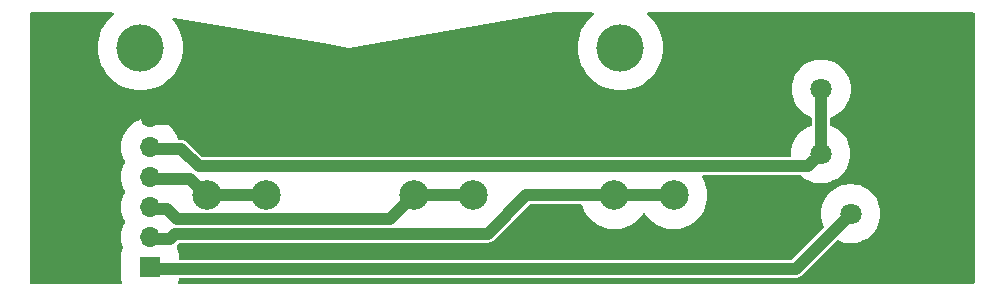
<source format=gbr>
G04 #@! TF.GenerationSoftware,KiCad,Pcbnew,8.0.6-1.fc41*
G04 #@! TF.CreationDate,2024-12-03T00:06:40+01:00*
G04 #@! TF.ProjectId,ihm_but2,69686d5f-6275-4743-922e-6b696361645f,rev?*
G04 #@! TF.SameCoordinates,Original*
G04 #@! TF.FileFunction,Copper,L2,Bot*
G04 #@! TF.FilePolarity,Positive*
%FSLAX46Y46*%
G04 Gerber Fmt 4.6, Leading zero omitted, Abs format (unit mm)*
G04 Created by KiCad (PCBNEW 8.0.6-1.fc41) date 2024-12-03 00:06:40*
%MOMM*%
%LPD*%
G01*
G04 APERTURE LIST*
G04 #@! TA.AperFunction,ComponentPad*
%ADD10C,1.800000*%
G04 #@! TD*
G04 #@! TA.AperFunction,ComponentPad*
%ADD11C,2.500000*%
G04 #@! TD*
G04 #@! TA.AperFunction,ComponentPad*
%ADD12R,1.700000X1.700000*%
G04 #@! TD*
G04 #@! TA.AperFunction,ComponentPad*
%ADD13O,1.700000X1.700000*%
G04 #@! TD*
G04 #@! TA.AperFunction,ViaPad*
%ADD14C,4.000000*%
G04 #@! TD*
G04 #@! TA.AperFunction,Conductor*
%ADD15C,1.000000*%
G04 #@! TD*
G04 APERTURE END LIST*
D10*
X184960000Y-107460000D03*
X187500000Y-112540000D03*
X190040000Y-107460000D03*
D11*
X150500000Y-106000000D03*
X155500000Y-106000000D03*
X150500000Y-111000000D03*
X155500000Y-111000000D03*
X167500000Y-106000000D03*
X172500000Y-106000000D03*
X167500000Y-111000000D03*
X172500000Y-111000000D03*
D10*
X185000000Y-102000000D03*
X190000000Y-102000000D03*
D12*
X128175000Y-117050000D03*
D13*
X128175000Y-114510000D03*
X128175000Y-111970000D03*
X128175000Y-109430000D03*
X128175000Y-106890000D03*
X128175000Y-104350000D03*
D11*
X133000000Y-106000000D03*
X138000000Y-106000000D03*
X133000000Y-111000000D03*
X138000000Y-111000000D03*
D14*
X127360000Y-98500000D03*
X168000000Y-98500000D03*
D15*
X128000000Y-114660000D02*
X129840000Y-114660000D01*
X156750000Y-114250000D02*
X160000000Y-111000000D01*
X160000000Y-111000000D02*
X167500000Y-111000000D01*
X130250000Y-114250000D02*
X156750000Y-114250000D01*
X129840000Y-114660000D02*
X130250000Y-114250000D01*
X167500000Y-111000000D02*
X172500000Y-111000000D01*
X128000000Y-109580000D02*
X131580000Y-109580000D01*
X133000000Y-111000000D02*
X138000000Y-111000000D01*
X131580000Y-109580000D02*
X133000000Y-111000000D01*
X190040000Y-107460000D02*
X190040000Y-102040000D01*
X131500000Y-104500000D02*
X128000000Y-104500000D01*
X172500000Y-106000000D02*
X180500000Y-98000000D01*
X180500000Y-98000000D02*
X186000000Y-98000000D01*
X133000000Y-106000000D02*
X172500000Y-106000000D01*
X133000000Y-106000000D02*
X131500000Y-104500000D01*
X190040000Y-102040000D02*
X190000000Y-102000000D01*
X186000000Y-98000000D02*
X190000000Y-102000000D01*
X182840000Y-117200000D02*
X187500000Y-112540000D01*
X172500000Y-117200000D02*
X128000000Y-117200000D01*
X172500000Y-117200000D02*
X182840000Y-117200000D01*
X132305455Y-108537689D02*
X183882311Y-108537689D01*
X183882311Y-108537689D02*
X184960000Y-107460000D01*
X130807767Y-107040000D02*
X130807767Y-107040001D01*
X185000000Y-102000000D02*
X185000000Y-107420000D01*
X185000000Y-107420000D02*
X184960000Y-107460000D01*
X128000000Y-107040000D02*
X130807767Y-107040000D01*
X130807767Y-107040001D02*
X132305455Y-108537689D01*
X150500000Y-111000000D02*
X155500000Y-111000000D01*
X130500000Y-113000000D02*
X148500000Y-113000000D01*
X128000000Y-112120000D02*
X129620000Y-112120000D01*
X148500000Y-113000000D02*
X150500000Y-111000000D01*
X129620000Y-112120000D02*
X130500000Y-113000000D01*
G04 #@! TA.AperFunction,Conductor*
G36*
X125060314Y-95519685D02*
G01*
X125106069Y-95572489D01*
X125116013Y-95641647D01*
X125086988Y-95705203D01*
X125071311Y-95720366D01*
X124947493Y-95820631D01*
X124947485Y-95820638D01*
X124680638Y-96087485D01*
X124680631Y-96087493D01*
X124443135Y-96380776D01*
X124237599Y-96697275D01*
X124066267Y-97033531D01*
X123931023Y-97385852D01*
X123833347Y-97750385D01*
X123833346Y-97750392D01*
X123774310Y-98123127D01*
X123754559Y-98499999D01*
X123754559Y-98500000D01*
X123774310Y-98876872D01*
X123833346Y-99249607D01*
X123833347Y-99249614D01*
X123931023Y-99614147D01*
X124066267Y-99966468D01*
X124237599Y-100302725D01*
X124443135Y-100619223D01*
X124443137Y-100619225D01*
X124680635Y-100912511D01*
X124947489Y-101179365D01*
X124947493Y-101179368D01*
X125240776Y-101416864D01*
X125557274Y-101622400D01*
X125557279Y-101622403D01*
X125893535Y-101793734D01*
X126245857Y-101928978D01*
X126610387Y-102026653D01*
X126983129Y-102085690D01*
X127339155Y-102104348D01*
X127359999Y-102105441D01*
X127360000Y-102105441D01*
X127360001Y-102105441D01*
X127379752Y-102104405D01*
X127736871Y-102085690D01*
X128109613Y-102026653D01*
X128474143Y-101928978D01*
X128826465Y-101793734D01*
X129162721Y-101622403D01*
X129479225Y-101416863D01*
X129772511Y-101179365D01*
X130039365Y-100912511D01*
X130276863Y-100619225D01*
X130482403Y-100302721D01*
X130653734Y-99966465D01*
X130788978Y-99614143D01*
X130886653Y-99249613D01*
X130945690Y-98876871D01*
X130965441Y-98500000D01*
X130945690Y-98123129D01*
X130886653Y-97750387D01*
X130788978Y-97385857D01*
X130653734Y-97033535D01*
X130482403Y-96697280D01*
X130276863Y-96380775D01*
X130103490Y-96166676D01*
X130076598Y-96102188D01*
X130088840Y-96033399D01*
X130136329Y-95982149D01*
X130203987Y-95964709D01*
X130220790Y-95966421D01*
X142801574Y-98123127D01*
X144999999Y-98500000D01*
X145000000Y-98500000D01*
X145000001Y-98500000D01*
X161957220Y-95593048D01*
X162489599Y-95501782D01*
X162510551Y-95500000D01*
X165633275Y-95500000D01*
X165700314Y-95519685D01*
X165746069Y-95572489D01*
X165756013Y-95641647D01*
X165726988Y-95705203D01*
X165711311Y-95720366D01*
X165587493Y-95820631D01*
X165587485Y-95820638D01*
X165320638Y-96087485D01*
X165320631Y-96087493D01*
X165083135Y-96380776D01*
X164877599Y-96697275D01*
X164706267Y-97033531D01*
X164571023Y-97385852D01*
X164473347Y-97750385D01*
X164473346Y-97750392D01*
X164414310Y-98123127D01*
X164394559Y-98499999D01*
X164394559Y-98500000D01*
X164414310Y-98876872D01*
X164473346Y-99249607D01*
X164473347Y-99249614D01*
X164571023Y-99614147D01*
X164706267Y-99966468D01*
X164877599Y-100302725D01*
X165083135Y-100619223D01*
X165083137Y-100619225D01*
X165320635Y-100912511D01*
X165587489Y-101179365D01*
X165587493Y-101179368D01*
X165880776Y-101416864D01*
X166197274Y-101622400D01*
X166197279Y-101622403D01*
X166533535Y-101793734D01*
X166885857Y-101928978D01*
X167250387Y-102026653D01*
X167623129Y-102085690D01*
X167979155Y-102104348D01*
X167999999Y-102105441D01*
X168000000Y-102105441D01*
X168000001Y-102105441D01*
X168019752Y-102104405D01*
X168376871Y-102085690D01*
X168749613Y-102026653D01*
X169114143Y-101928978D01*
X169466465Y-101793734D01*
X169802721Y-101622403D01*
X170119225Y-101416863D01*
X170412511Y-101179365D01*
X170679365Y-100912511D01*
X170916863Y-100619225D01*
X171122403Y-100302721D01*
X171293734Y-99966465D01*
X171428978Y-99614143D01*
X171526653Y-99249613D01*
X171585690Y-98876871D01*
X171605441Y-98500000D01*
X171585690Y-98123129D01*
X171526653Y-97750387D01*
X171428978Y-97385857D01*
X171293734Y-97033535D01*
X171122403Y-96697280D01*
X170916863Y-96380775D01*
X170679365Y-96087489D01*
X170412511Y-95820635D01*
X170288689Y-95720366D01*
X170248978Y-95662879D01*
X170246650Y-95593048D01*
X170282445Y-95533044D01*
X170344999Y-95501918D01*
X170366725Y-95500000D01*
X197876000Y-95500000D01*
X197943039Y-95519685D01*
X197988794Y-95572489D01*
X198000000Y-95624000D01*
X198000000Y-118376000D01*
X197980315Y-118443039D01*
X197927511Y-118488794D01*
X197876000Y-118500000D01*
X130684225Y-118500000D01*
X130617186Y-118480315D01*
X130571431Y-118427511D01*
X130561487Y-118358353D01*
X130563651Y-118347053D01*
X130572556Y-118309955D01*
X130610683Y-118151148D01*
X130617481Y-118064769D01*
X130642366Y-117999482D01*
X130698597Y-117958011D01*
X130741099Y-117950500D01*
X182913920Y-117950500D01*
X183011462Y-117931096D01*
X183058913Y-117921658D01*
X183195495Y-117865084D01*
X183244729Y-117832186D01*
X183318416Y-117782952D01*
X186277800Y-114823565D01*
X186339121Y-114790082D01*
X186408812Y-114795066D01*
X186425218Y-114802587D01*
X186433236Y-114806995D01*
X186433242Y-114806998D01*
X186725771Y-114922818D01*
X186725774Y-114922819D01*
X187030523Y-115001065D01*
X187030527Y-115001066D01*
X187096010Y-115009338D01*
X187342670Y-115040499D01*
X187342679Y-115040499D01*
X187342682Y-115040500D01*
X187342684Y-115040500D01*
X187657316Y-115040500D01*
X187657318Y-115040500D01*
X187657321Y-115040499D01*
X187657329Y-115040499D01*
X187843593Y-115016968D01*
X187969473Y-115001066D01*
X188274225Y-114922819D01*
X188293754Y-114915087D01*
X188566757Y-114806998D01*
X188566758Y-114806997D01*
X188566756Y-114806997D01*
X188566766Y-114806994D01*
X188842484Y-114655416D01*
X189097030Y-114470478D01*
X189326390Y-114255094D01*
X189526947Y-114012663D01*
X189695537Y-113747007D01*
X189829503Y-113462315D01*
X189926731Y-113163079D01*
X189985688Y-112854015D01*
X189986861Y-112835371D01*
X190005444Y-112540005D01*
X190005444Y-112539994D01*
X189985689Y-112225995D01*
X189985688Y-112225988D01*
X189985688Y-112225985D01*
X189926731Y-111916921D01*
X189829503Y-111617685D01*
X189695537Y-111332993D01*
X189526947Y-111067337D01*
X189525946Y-111066127D01*
X189326393Y-110824909D01*
X189326391Y-110824907D01*
X189286159Y-110787126D01*
X189097030Y-110609522D01*
X189097027Y-110609520D01*
X189097021Y-110609515D01*
X188842495Y-110424591D01*
X188842488Y-110424586D01*
X188842484Y-110424584D01*
X188566766Y-110273006D01*
X188566763Y-110273004D01*
X188566758Y-110273002D01*
X188566757Y-110273001D01*
X188274228Y-110157181D01*
X188274225Y-110157180D01*
X187969476Y-110078934D01*
X187969463Y-110078932D01*
X187657329Y-110039500D01*
X187657318Y-110039500D01*
X187342682Y-110039500D01*
X187342670Y-110039500D01*
X187030536Y-110078932D01*
X187030523Y-110078934D01*
X186725774Y-110157180D01*
X186725771Y-110157181D01*
X186433242Y-110273001D01*
X186433241Y-110273002D01*
X186157516Y-110424584D01*
X186157504Y-110424591D01*
X185902978Y-110609515D01*
X185902968Y-110609523D01*
X185673608Y-110824907D01*
X185673606Y-110824909D01*
X185473054Y-111067334D01*
X185473051Y-111067338D01*
X185304464Y-111332990D01*
X185304461Y-111332996D01*
X185170499Y-111617678D01*
X185170497Y-111617683D01*
X185073270Y-111916916D01*
X185014311Y-112225988D01*
X185014310Y-112225995D01*
X184994556Y-112539994D01*
X184994556Y-112540005D01*
X185014310Y-112854004D01*
X185014311Y-112854011D01*
X185073270Y-113163083D01*
X185170497Y-113462315D01*
X185244049Y-113618622D01*
X185254781Y-113687662D01*
X185226484Y-113751545D01*
X185219531Y-113759099D01*
X182565451Y-116413181D01*
X182504128Y-116446666D01*
X182477770Y-116449500D01*
X130749500Y-116449500D01*
X130682461Y-116429815D01*
X130636706Y-116377011D01*
X130625500Y-116325500D01*
X130625500Y-116137125D01*
X130625500Y-116137118D01*
X130610683Y-115948852D01*
X130551873Y-115703889D01*
X130463919Y-115491549D01*
X130456451Y-115422085D01*
X130460547Y-115405791D01*
X130553206Y-115120619D01*
X130556898Y-115101263D01*
X130588794Y-115039102D01*
X130649236Y-115004051D01*
X130678701Y-115000500D01*
X156823920Y-115000500D01*
X156921462Y-114981096D01*
X156968913Y-114971658D01*
X157086821Y-114922819D01*
X157105488Y-114915087D01*
X157105488Y-114915086D01*
X157105495Y-114915084D01*
X157159630Y-114878912D01*
X157228416Y-114832952D01*
X160274549Y-111786819D01*
X160335872Y-111753334D01*
X160362230Y-111750500D01*
X164656868Y-111750500D01*
X164723907Y-111770185D01*
X164769662Y-111822989D01*
X164775659Y-111838936D01*
X164816867Y-111976582D01*
X164948379Y-112281461D01*
X164948385Y-112281474D01*
X165114406Y-112569031D01*
X165312678Y-112835356D01*
X165312683Y-112835362D01*
X165312690Y-112835371D01*
X165540553Y-113076893D01*
X165724689Y-113231400D01*
X165794912Y-113290325D01*
X165794920Y-113290331D01*
X166072330Y-113472787D01*
X166072334Y-113472789D01*
X166369061Y-113621811D01*
X166681082Y-113735377D01*
X166681088Y-113735378D01*
X166681090Y-113735379D01*
X167004161Y-113811949D01*
X167004168Y-113811950D01*
X167004177Y-113811952D01*
X167333977Y-113850500D01*
X167333984Y-113850500D01*
X167666016Y-113850500D01*
X167666023Y-113850500D01*
X167995823Y-113811952D01*
X167995832Y-113811949D01*
X167995838Y-113811949D01*
X168269864Y-113747003D01*
X168318918Y-113735377D01*
X168630939Y-113621811D01*
X168927666Y-113472789D01*
X169149126Y-113327132D01*
X169205079Y-113290331D01*
X169205079Y-113290330D01*
X169205085Y-113290327D01*
X169459447Y-113076893D01*
X169687310Y-112835371D01*
X169885594Y-112569030D01*
X169892613Y-112556873D01*
X169943180Y-112508658D01*
X170011787Y-112495434D01*
X170076651Y-112521402D01*
X170107387Y-112556873D01*
X170114406Y-112569031D01*
X170312678Y-112835356D01*
X170312683Y-112835362D01*
X170312690Y-112835371D01*
X170540553Y-113076893D01*
X170724689Y-113231400D01*
X170794912Y-113290325D01*
X170794920Y-113290331D01*
X171072330Y-113472787D01*
X171072334Y-113472789D01*
X171369061Y-113621811D01*
X171681082Y-113735377D01*
X171681088Y-113735378D01*
X171681090Y-113735379D01*
X172004161Y-113811949D01*
X172004168Y-113811950D01*
X172004177Y-113811952D01*
X172333977Y-113850500D01*
X172333984Y-113850500D01*
X172666016Y-113850500D01*
X172666023Y-113850500D01*
X172995823Y-113811952D01*
X172995832Y-113811949D01*
X172995838Y-113811949D01*
X173269864Y-113747003D01*
X173318918Y-113735377D01*
X173630939Y-113621811D01*
X173927666Y-113472789D01*
X174149126Y-113327132D01*
X174205079Y-113290331D01*
X174205079Y-113290330D01*
X174205085Y-113290327D01*
X174459447Y-113076893D01*
X174687310Y-112835371D01*
X174885594Y-112569030D01*
X175051617Y-112281470D01*
X175183133Y-111976581D01*
X175278365Y-111658485D01*
X175336024Y-111331484D01*
X175355331Y-111000000D01*
X175336024Y-110668516D01*
X175291683Y-110417048D01*
X175278368Y-110341532D01*
X175278367Y-110341531D01*
X175278365Y-110341515D01*
X175183133Y-110023419D01*
X175051617Y-109718530D01*
X174968990Y-109575416D01*
X174910547Y-109474189D01*
X174894074Y-109406289D01*
X174916927Y-109340262D01*
X174971848Y-109297071D01*
X175017934Y-109288189D01*
X183204949Y-109288189D01*
X183271988Y-109307874D01*
X183289830Y-109321795D01*
X183362968Y-109390476D01*
X183362978Y-109390484D01*
X183617504Y-109575408D01*
X183617509Y-109575410D01*
X183617516Y-109575416D01*
X183893234Y-109726994D01*
X183893239Y-109726996D01*
X183893241Y-109726997D01*
X183893242Y-109726998D01*
X184185771Y-109842818D01*
X184185774Y-109842819D01*
X184490523Y-109921065D01*
X184490527Y-109921066D01*
X184556010Y-109929338D01*
X184802670Y-109960499D01*
X184802679Y-109960499D01*
X184802682Y-109960500D01*
X184802684Y-109960500D01*
X185117316Y-109960500D01*
X185117318Y-109960500D01*
X185117321Y-109960499D01*
X185117329Y-109960499D01*
X185303593Y-109936968D01*
X185429473Y-109921066D01*
X185734225Y-109842819D01*
X185734228Y-109842818D01*
X186026757Y-109726998D01*
X186026758Y-109726997D01*
X186026756Y-109726997D01*
X186026766Y-109726994D01*
X186302484Y-109575416D01*
X186557030Y-109390478D01*
X186786390Y-109175094D01*
X186986947Y-108932663D01*
X187155537Y-108667007D01*
X187289503Y-108382315D01*
X187386731Y-108083079D01*
X187445688Y-107774015D01*
X187447144Y-107750870D01*
X187465444Y-107460005D01*
X187465444Y-107459994D01*
X187445689Y-107145995D01*
X187445688Y-107145988D01*
X187445688Y-107145985D01*
X187386731Y-106836921D01*
X187289503Y-106537685D01*
X187251559Y-106457051D01*
X187167952Y-106279376D01*
X187155537Y-106252993D01*
X186986947Y-105987337D01*
X186985946Y-105986127D01*
X186786393Y-105744909D01*
X186786391Y-105744907D01*
X186746159Y-105707126D01*
X186557030Y-105529522D01*
X186557027Y-105529520D01*
X186557021Y-105529515D01*
X186302495Y-105344591D01*
X186302488Y-105344586D01*
X186302484Y-105344584D01*
X186026766Y-105193006D01*
X186026764Y-105193005D01*
X186026760Y-105193003D01*
X185828852Y-105114645D01*
X185773767Y-105071664D01*
X185750664Y-105005724D01*
X185750500Y-104999353D01*
X185750500Y-104476482D01*
X185770185Y-104409443D01*
X185822989Y-104363688D01*
X185828843Y-104361193D01*
X185921302Y-104324587D01*
X186066757Y-104266998D01*
X186066758Y-104266997D01*
X186066756Y-104266997D01*
X186066766Y-104266994D01*
X186342484Y-104115416D01*
X186597030Y-103930478D01*
X186826390Y-103715094D01*
X187026947Y-103472663D01*
X187195537Y-103207007D01*
X187329503Y-102922315D01*
X187426731Y-102623079D01*
X187485688Y-102314015D01*
X187485689Y-102314004D01*
X187505444Y-102000005D01*
X187505444Y-101999994D01*
X187485689Y-101685995D01*
X187485688Y-101685988D01*
X187485688Y-101685985D01*
X187426731Y-101376921D01*
X187329503Y-101077685D01*
X187195537Y-100792993D01*
X187085261Y-100619225D01*
X187026948Y-100527338D01*
X187026945Y-100527334D01*
X186826393Y-100284909D01*
X186826391Y-100284907D01*
X186597031Y-100069523D01*
X186597021Y-100069515D01*
X186342495Y-99884591D01*
X186342488Y-99884586D01*
X186342484Y-99884584D01*
X186066766Y-99733006D01*
X186066763Y-99733004D01*
X186066758Y-99733002D01*
X186066757Y-99733001D01*
X185774228Y-99617181D01*
X185774225Y-99617180D01*
X185469476Y-99538934D01*
X185469463Y-99538932D01*
X185157329Y-99499500D01*
X185157318Y-99499500D01*
X184842682Y-99499500D01*
X184842670Y-99499500D01*
X184530536Y-99538932D01*
X184530523Y-99538934D01*
X184225774Y-99617180D01*
X184225771Y-99617181D01*
X183933242Y-99733001D01*
X183933241Y-99733002D01*
X183657516Y-99884584D01*
X183657504Y-99884591D01*
X183402978Y-100069515D01*
X183402968Y-100069523D01*
X183173608Y-100284907D01*
X183173606Y-100284909D01*
X182973054Y-100527334D01*
X182973051Y-100527338D01*
X182804464Y-100792990D01*
X182804461Y-100792996D01*
X182670499Y-101077678D01*
X182670497Y-101077683D01*
X182573270Y-101376916D01*
X182514311Y-101685988D01*
X182514310Y-101685995D01*
X182494556Y-101999994D01*
X182494556Y-102000005D01*
X182514310Y-102314004D01*
X182514311Y-102314011D01*
X182573270Y-102623083D01*
X182670497Y-102922316D01*
X182670499Y-102922321D01*
X182804461Y-103207003D01*
X182804464Y-103207009D01*
X182973051Y-103472661D01*
X182973054Y-103472665D01*
X183173606Y-103715090D01*
X183173608Y-103715092D01*
X183402968Y-103930476D01*
X183402978Y-103930484D01*
X183657504Y-104115408D01*
X183657509Y-104115410D01*
X183657516Y-104115416D01*
X183933234Y-104266994D01*
X183933239Y-104266996D01*
X183933241Y-104266997D01*
X183933242Y-104266998D01*
X184111670Y-104337641D01*
X184171147Y-104361190D01*
X184226232Y-104404170D01*
X184249336Y-104470110D01*
X184249500Y-104476482D01*
X184249500Y-104967680D01*
X184229815Y-105034719D01*
X184177011Y-105080474D01*
X184171147Y-105082972D01*
X183893242Y-105193001D01*
X183893241Y-105193002D01*
X183617516Y-105344584D01*
X183617504Y-105344591D01*
X183362978Y-105529515D01*
X183362968Y-105529523D01*
X183133608Y-105744907D01*
X183133606Y-105744909D01*
X182933054Y-105987334D01*
X182933051Y-105987338D01*
X182764464Y-106252990D01*
X182764461Y-106252996D01*
X182630499Y-106537678D01*
X182630497Y-106537683D01*
X182533270Y-106836916D01*
X182474311Y-107145988D01*
X182474310Y-107145995D01*
X182454556Y-107459994D01*
X182454556Y-107460005D01*
X182466849Y-107655403D01*
X182451413Y-107723546D01*
X182401586Y-107772526D01*
X182343094Y-107787189D01*
X132667684Y-107787189D01*
X132600645Y-107767504D01*
X132580003Y-107750870D01*
X131286186Y-106457051D01*
X131286182Y-106457048D01*
X131163268Y-106374919D01*
X131163255Y-106374912D01*
X131026684Y-106318343D01*
X131026674Y-106318340D01*
X130881687Y-106289500D01*
X130881685Y-106289500D01*
X130646585Y-106289500D01*
X130579546Y-106269815D01*
X130533791Y-106217011D01*
X130528654Y-106203818D01*
X130457921Y-105986125D01*
X130457919Y-105986120D01*
X130326637Y-105707132D01*
X130326633Y-105707126D01*
X130161422Y-105446793D01*
X130161420Y-105446791D01*
X130161416Y-105446784D01*
X129964869Y-105209201D01*
X129740096Y-104998124D01*
X129740093Y-104998122D01*
X129740087Y-104998117D01*
X129490651Y-104816891D01*
X129490644Y-104816886D01*
X129490640Y-104816884D01*
X129220435Y-104668337D01*
X129220432Y-104668335D01*
X129220427Y-104668333D01*
X129220426Y-104668332D01*
X128933746Y-104554828D01*
X128933743Y-104554827D01*
X128635089Y-104478146D01*
X128635076Y-104478144D01*
X128329183Y-104439500D01*
X128329172Y-104439500D01*
X128020828Y-104439500D01*
X128020816Y-104439500D01*
X127714923Y-104478144D01*
X127714910Y-104478146D01*
X127416256Y-104554827D01*
X127416253Y-104554828D01*
X127129573Y-104668332D01*
X127129572Y-104668333D01*
X126859360Y-104816884D01*
X126859348Y-104816891D01*
X126609912Y-104998117D01*
X126609902Y-104998125D01*
X126385132Y-105209199D01*
X126188577Y-105446793D01*
X126023366Y-105707126D01*
X126023362Y-105707132D01*
X125892080Y-105986120D01*
X125892078Y-105986125D01*
X125796795Y-106279376D01*
X125739015Y-106582267D01*
X125739014Y-106582274D01*
X125719655Y-106889994D01*
X125719655Y-106890005D01*
X125739014Y-107197725D01*
X125739015Y-107197732D01*
X125739016Y-107197736D01*
X125789046Y-107460005D01*
X125796795Y-107500623D01*
X125892078Y-107793874D01*
X125892080Y-107793879D01*
X126023362Y-108072867D01*
X126023366Y-108072873D01*
X126036493Y-108093558D01*
X126055794Y-108160709D01*
X126036493Y-108226442D01*
X126023366Y-108247126D01*
X126023362Y-108247132D01*
X125892080Y-108526120D01*
X125892078Y-108526125D01*
X125796795Y-108819376D01*
X125739015Y-109122267D01*
X125739014Y-109122274D01*
X125719655Y-109429994D01*
X125719655Y-109430005D01*
X125739014Y-109737725D01*
X125739015Y-109737732D01*
X125739016Y-109737736D01*
X125781510Y-109960500D01*
X125796795Y-110040623D01*
X125892078Y-110333874D01*
X125892080Y-110333879D01*
X126023362Y-110612867D01*
X126023366Y-110612873D01*
X126036493Y-110633558D01*
X126055794Y-110700709D01*
X126036493Y-110766442D01*
X126023366Y-110787126D01*
X126023362Y-110787132D01*
X125892080Y-111066120D01*
X125892078Y-111066125D01*
X125796795Y-111359376D01*
X125739015Y-111662267D01*
X125739014Y-111662274D01*
X125719655Y-111969994D01*
X125719655Y-111970005D01*
X125739014Y-112277725D01*
X125739015Y-112277732D01*
X125739728Y-112281470D01*
X125794583Y-112569031D01*
X125796795Y-112580623D01*
X125892078Y-112873874D01*
X125892080Y-112873879D01*
X126023362Y-113152867D01*
X126023366Y-113152873D01*
X126036493Y-113173558D01*
X126055794Y-113240709D01*
X126036493Y-113306442D01*
X126023366Y-113327126D01*
X126023362Y-113327132D01*
X125892080Y-113606120D01*
X125892078Y-113606125D01*
X125796795Y-113899376D01*
X125739015Y-114202267D01*
X125739014Y-114202274D01*
X125719655Y-114509994D01*
X125719655Y-114510005D01*
X125739014Y-114817725D01*
X125739015Y-114817732D01*
X125757586Y-114915083D01*
X125781510Y-115040500D01*
X125796795Y-115120623D01*
X125889448Y-115405781D01*
X125891443Y-115475622D01*
X125886078Y-115491551D01*
X125798127Y-115703885D01*
X125798127Y-115703887D01*
X125739317Y-115948848D01*
X125724500Y-116137112D01*
X125724500Y-117962887D01*
X125739317Y-118151151D01*
X125786349Y-118347053D01*
X125782858Y-118416836D01*
X125742194Y-118473653D01*
X125677268Y-118499466D01*
X125665775Y-118500000D01*
X118124000Y-118500000D01*
X118056961Y-118480315D01*
X118011206Y-118427511D01*
X118000000Y-118376000D01*
X118000000Y-95624000D01*
X118019685Y-95556961D01*
X118072489Y-95511206D01*
X118124000Y-95500000D01*
X124993275Y-95500000D01*
X125060314Y-95519685D01*
G37*
G04 #@! TD.AperFunction*
M02*

</source>
